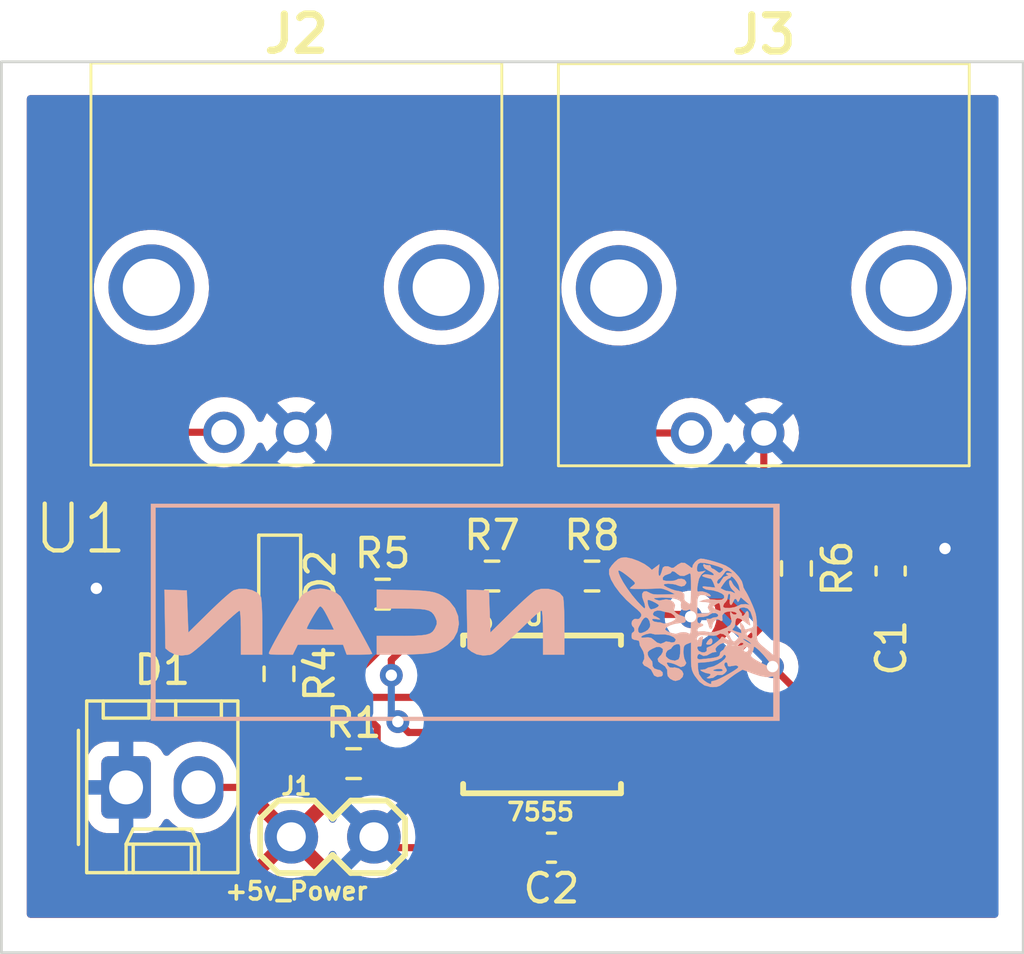
<source format=kicad_pcb>
(kicad_pcb (version 20210722) (generator pcbnew)
  (layers (0 "F.Cu" signal) (31 "B.Cu" signal) (34 "B.Paste" user) (35 "F.Paste" user) (36 "B.SilkS" user "B.Silkscreen") (37 "F.SilkS" user "F.Silkscreen") (38 "B.Mask" user) (39 "F.Mask" user) (44 "Edge.Cuts" user))
  (net 0 "")
  (net 1 "Net-(C1-Pad1)")
  (net 2 "GND")
  (net 3 "Net-(C2-Pad1)")
  (net 4 "Net-(D1-Pad2)")
  (net 5 "+5V")
  (net 6 "Pin_2_on_Inverter")
  (net 7 "Output_Pin_3_R7_R8")
  (net 8 "Net-(R7-Pad1)")
  (net 10 "Net-(D2-PadC)")
  (net 11 "Net-(D2-PadA)")
  (net 12 "Net-(R4-Pad2)")
  (footprint "SparkfunSilicon-Standard:SOIC-8" (layer "F.Cu") (at 53.4924 60.7314 -90)
    (fp_text reference "U2" (at -3.429 0) (layer "F.SilkS") (effects (font (size 0.6096 0.6096) (thickness 0.127))))
    (fp_text value "7555" (at 3.42138 0.0508) (layer "F.SilkS") (effects (font (size 0.6096 0.6096) (thickness 0.127))))
    (pad "1" smd rect locked (at -1.905 3.2512 270) (size 0.6096 1.7018) (layers "F.Cu" "F.Paste" "F.Mask") (net 3 "Net-(C2-Pad1)"))
    (pad "2" smd rect locked (at -0.635 3.2512 270) (size 0.6096 1.7018) (layers "F.Cu" "F.Paste" "F.Mask") (net 12 "Net-(R4-Pad2)"))
    (pad "3" smd rect locked (at 0.635 3.2512 270) (size 0.6096 1.7018) (layers "F.Cu" "F.Paste" "F.Mask") (net 8 "Net-(R7-Pad1)"))
    (pad "4" smd rect locked (at 1.905 3.2512 270) (size 0.6096 1.7018) (layers "F.Cu" "F.Paste" "F.Mask") (net 5 "+5V"))
    (pad "5" smd rect locked (at 1.905 -3.2512 270) (size 0.6096 1.7018) (layers "F.Cu" "F.Paste" "F.Mask") (net 3 "Net-(C2-Pad1)"))
    (pad "6" smd rect locked (at 0.635 -3.2512 270) (size 0.6096 1.7018) (layers "F.Cu" "F.Paste" "F.Mask") (net 1 "Net-(C1-Pad1)"))
    (pad "7" smd rect locked (at -0.635 -3.2512 270) (size 0.6096 1.7018) (layers "F.Cu" "F.Paste" "F.Mask") (net 1 "Net-(C1-Pad1)"))
    (pad "8" smd rect locked (at -1.905 -3.2512 270) (size 0.6096 1.7018) (layers "F.Cu" "F.Paste" "F.Mask") (net 5 "+5V"))
  )
  (footprint "Capacitor_SMD:C_0603_1608Metric" (layer "F.Cu") (at 53.8226 65.405 180)
    (fp_text reference "C2" (at 0 -1.43) (layer "F.SilkS"))
    (fp_text value "0.01u")
    (pad "1" smd roundrect locked (at -0.775 0 180) (size 0.9 0.95) (layers "F.Cu" "F.Paste" "F.Mask") (net 3 "Net-(C2-Pad1)"))
    (pad "2" smd roundrect locked (at 0.775 0 180) (size 0.9 0.95) (layers "F.Cu" "F.Paste" "F.Mask") (net 2 "GND"))
  )
  (footprint "Resistor_SMD:R_0603_1608Metric" (layer "F.Cu") (at 55.245 55.88)
    (fp_text reference "R8" (at 0 -1.43) (layer "F.SilkS"))
    (fp_text value "1k")
    (pad "1" smd roundrect locked (at -0.825 0) (size 0.8 0.95) (layers "F.Cu" "F.Paste" "F.Mask") (net 7 "Output_Pin_3_R7_R8"))
    (pad "2" smd roundrect locked (at 0.825 0) (size 0.8 0.95) (layers "F.Cu" "F.Paste" "F.Mask") (net 2 "GND"))
  )
  (footprint "Resistor_SMD:R_0603_1608Metric" (layer "F.Cu") (at 44.2722 59.309 -90)
    (fp_text reference "R4" (at 0 -1.43 90) (layer "F.SilkS"))
    (fp_text value "1k")
    (pad "1" smd roundrect locked (at -0.825 0 270) (size 0.8 0.95) (layers "F.Cu" "F.Paste" "F.Mask") (net 10 "Net-(D2-PadC)"))
    (pad "2" smd roundrect locked (at 0.825 0 270) (size 0.8 0.95) (layers "F.Cu" "F.Paste" "F.Mask") (net 12 "Net-(R4-Pad2)"))
  )
  (footprint "Resistor_SMD:R_0603_1608Metric" (layer "F.Cu") (at 62.4078 55.6138 -90)
    (fp_text reference "R6" (at 0 -1.43 90) (layer "F.SilkS"))
    (fp_text value "100k")
    (pad "1" smd roundrect locked (at -0.825 0 270) (size 0.8 0.95) (layers "F.Cu" "F.Paste" "F.Mask") (net 5 "+5V"))
    (pad "2" smd roundrect locked (at 0.825 0 270) (size 0.8 0.95) (layers "F.Cu" "F.Paste" "F.Mask") (net 1 "Net-(C1-Pad1)"))
  )
  (footprint "Capacitor_SMD:C_0603_1608Metric" (layer "F.Cu") (at 65.7098 55.7022 90)
    (fp_text reference "C1" (at -2.6924 0.0254 90) (layer "F.SilkS"))
    (fp_text value "0.1u")
    (pad "1" smd roundrect locked (at -0.775 0 90) (size 0.9 0.95) (layers "F.Cu" "F.Paste" "F.Mask") (net 1 "Net-(C1-Pad1)"))
    (pad "2" smd roundrect locked (at 0.775 0 90) (size 0.9 0.95) (layers "F.Cu" "F.Paste" "F.Mask") (net 2 "GND"))
  )
  (footprint "Connector_Molex:Molex_KK-254_AE-6410-02A_1x02_P2.54mm_Vertical" (layer "F.Cu") (at 38.9128 63.2914)
    (fp_text reference "D1" (at 1.27 -4.12) (layer "F.SilkS"))
    (fp_text value "LED")
    (pad "1" thru_hole roundrect locked (at 0 0) (size 1.74 2.19) (drill 1.19) (layers *.Cu *.Mask) (roundrect_rratio 0.143678) (net 2 "GND"))
    (pad "2" thru_hole oval locked (at 2.54 0) (size 1.74 2.19) (drill 1.19) (layers *.Cu *.Mask) (net 4 "Net-(D1-Pad2)"))
  )
  (footprint "Resistor_SMD:R_0603_1608Metric" (layer "F.Cu") (at 47.9044 56.515)
    (fp_text reference "R5" (at 0 -1.43) (layer "F.SilkS"))
    (fp_text value "1k")
    (pad "1" smd roundrect locked (at -0.825 0) (size 0.8 0.95) (layers "F.Cu" "F.Paste" "F.Mask") (net 5 "+5V"))
    (pad "2" smd roundrect locked (at 0.825 0) (size 0.8 0.95) (layers "F.Cu" "F.Paste" "F.Mask") (net 12 "Net-(R4-Pad2)"))
  )
  (footprint "Resistor_SMD:R_0603_1608Metric" (layer "F.Cu") (at 51.7398 55.88)
    (fp_text reference "R7" (at 0 -1.43) (layer "F.SilkS"))
    (fp_text value "1k")
    (pad "1" smd roundrect locked (at -0.825 0) (size 0.8 0.95) (layers "F.Cu" "F.Paste" "F.Mask") (net 8 "Net-(R7-Pad1)"))
    (pad "2" smd roundrect locked (at 0.825 0) (size 0.8 0.95) (layers "F.Cu" "F.Paste" "F.Mask") (net 7 "Output_Pin_3_R7_R8"))
  )
  (footprint "Connector_Coaxial:031543110RFX" (layer "F.Cu") (at 42.3418 50.838332)
    (fp_text reference "J2" (at 2.54 -13.97) (layer "F.SilkS") (effects (font (size 1.27 1.27) (thickness 0.254))))
    (fp_text value "Input_from_DS8R" hide)
    (pad "1" thru_hole circle locked (at 0 0) (size 1.446 1.446) (drill 0.89) (layers *.Cu *.Mask) (net 6 "Pin_2_on_Inverter"))
    (pad "2" thru_hole circle locked (at 2.54 0) (size 1.446 1.446) (drill 0.89) (layers *.Cu *.Mask) (net 2 "GND"))
    (pad "3" thru_hole circle locked (at 7.62 -5.08) (size 3.015 3.015) (drill 2.01) (layers *.Cu *.Mask))
    (pad "4" thru_hole circle locked (at -2.54 -5.08) (size 3.015 3.015) (drill 2.01) (layers *.Cu *.Mask))
  )
  (footprint "SparkfunConnectors:1X02_LOCK" (layer "F.Cu") (at 44.8818 65.024)
    (fp_text reference "J1" (at 0 -1.778) (layer "F.SilkS") (effects (font (size 0.6096 0.6096) (thickness 0.127))))
    (fp_text value "+5v_Power" (at 0 1.905) (layer "F.SilkS") (effects (font (size 0.6096 0.6096) (thickness 0.127))))
    (pad "1" thru_hole circle locked (at -0.1778 0) (size 1.8796 1.8796) (drill 1.016) (layers *.Cu *.Mask) (net 5 "+5V"))
    (pad "2" thru_hole circle locked (at 2.7178 0) (size 1.8796 1.8796) (drill 1.016) (layers *.Cu *.Mask) (net 2 "GND"))
  )
  (footprint "Inverter:SOT65P210X110-5N" (layer "F.Cu") (at 40.6146 54.483)
    (fp_text reference "U1" (at -3.302 -0.2532) (layer "F.SilkS") (effects (font (size 1.641929 1.641929))))
    (fp_text value "74HCT1G14GW")
    (pad "1" smd rect locked (at -0.9652 -0.6604) (size 1.1684 0.3556) (layers "F.Cu" "F.Paste" "F.Mask"))
    (pad "2" smd rect locked (at -0.9652 0) (size 1.1684 0.3556) (layers "F.Cu" "F.Paste" "F.Mask") (net 6 "Pin_2_on_Inverter"))
    (pad "3" smd rect locked (at -0.9652 0.6604) (size 1.1684 0.3556) (layers "F.Cu" "F.Paste" "F.Mask") (net 2 "GND"))
    (pad "4" smd rect locked (at 0.9652 0.6604) (size 1.1684 0.3556) (layers "F.Cu" "F.Paste" "F.Mask") (net 11 "Net-(D2-PadA)"))
    (pad "5" smd rect locked (at 0.9652 -0.6604) (size 1.1684 0.3556) (layers "F.Cu" "F.Paste" "F.Mask") (net 5 "+5V"))
  )
  (footprint "Connector_Coaxial:031543110RFX" (layer "F.Cu") (at 58.7248 50.863732)
    (fp_text reference "J3" (at 2.54 -13.97) (layer "F.SilkS") (effects (font (size 1.27 1.27) (thickness 0.254))))
    (fp_text value "Output_to_DAQ" hide)
    (pad "1" thru_hole circle locked (at 0 0) (size 1.446 1.446) (drill 0.89) (layers *.Cu *.Mask) (net 7 "Output_Pin_3_R7_R8"))
    (pad "2" thru_hole circle locked (at 2.54 0) (size 1.446 1.446) (drill 0.89) (layers *.Cu *.Mask) (net 2 "GND"))
    (pad "3" thru_hole circle locked (at 7.62 -5.08) (size 3.015 3.015) (drill 2.01) (layers *.Cu *.Mask))
    (pad "4" thru_hole circle locked (at -2.54 -5.08) (size 3.015 3.015) (drill 2.01) (layers *.Cu *.Mask))
  )
  (footprint "Resistor_SMD:R_0603_1608Metric" (layer "F.Cu") (at 46.8884 62.4586)
    (fp_text reference "R1" (at 0 -1.43) (layer "F.SilkS"))
    (fp_text value "2k")
    (pad "1" smd roundrect locked (at -0.825 0) (size 0.8 0.95) (layers "F.Cu" "F.Paste" "F.Mask") (net 5 "+5V"))
    (pad "2" smd roundrect locked (at 0.825 0) (size 0.8 0.95) (layers "F.Cu" "F.Paste" "F.Mask") (net 4 "Net-(D1-Pad2)"))
  )
  (footprint "Diode_SMD:D_0603_1608Metric" (layer "F.Cu") (at 44.2976 55.9308 -90)
    (fp_text reference "D2" (at 0 -1.43 90) (layer "F.SilkS"))
    (fp_text value "DIODE-1N4148")
    (pad "A" smd roundrect locked (at -0.7875 0 270) (size 0.875 0.95) (layers "F.Cu" "F.Paste" "F.Mask") (net 11 "Net-(D2-PadA)"))
    (pad "B" smd roundrect locked (at 0.7875 0 270) (size 0.875 0.95) (layers "F.Cu" "F.Paste" "F.Mask") (net 10 "Net-(D2-PadC)"))
  )
  (footprint "NCAN:NCANSilkscreenFront" (layer "B.Cu") (at 50.8 57.15 180)
    (fp_text reference "G***" hide)
    (fp_text value "LOGO" hide)
  )
  (gr_rect (start 34.544 37.846) (end 70.358 69.088) (layer "Edge.Cuts") (width 0.1) (fill none))
  (segment (start 62.4078 56.4388) (end 58.7502 60.0964) (width 0.25) (layer "F.Cu") (net 1))
  (segment (start 58.7502 60.0964) (end 57.4802 61.3664) (width 0.25) (layer "F.Cu") (net 1))
  (segment (start 65.6714 56.4388) (end 65.7098 56.4772) (width 0.25) (layer "F.Cu") (net 1))
  (segment (start 58.7502 60.0964) (end 56.7436 60.0964) (width 0.25) (layer "F.Cu") (net 1))
  (segment (start 57.4802 61.3664) (end 56.7436 61.3664) (width 0.25) (layer "F.Cu") (net 1))
  (segment (start 62.4078 56.4388) (end 65.6714 56.4388) (width 0.25) (layer "F.Cu") (net 1))
  (segment (start 67.6024 54.9272) (end 67.6148 54.9148) (width 0.25) (layer "F.Cu") (net 2))
  (segment (start 59.182 53.4162) (end 60.325 53.4162) (width 0.25) (layer "F.Cu") (net 2))
  (segment (start 39.0398 55.1434) (end 37.8714 56.3118) (width 0.25) (layer "F.Cu") (net 2))
  (segment (start 53.0476 65.405) (end 47.9806 65.405) (width 0.25) (layer "F.Cu") (net 2))
  (segment (start 61.2648 52.4764) (end 61.2648 52.197) (width 0.25) (layer "F.Cu") (net 2))
  (segment (start 60.325 53.4162) (end 61.2648 52.4764) (width 0.25) (layer "F.Cu") (net 2))
  (segment (start 57.0738 55.5244) (end 59.182 53.4162) (width 0.25) (layer "F.Cu") (net 2))
  (segment (start 39.6494 55.1434) (end 39.0398 55.1434) (width 0.25) (layer "F.Cu") (net 2))
  (segment (start 61.2648 52.197) (end 61.2648 50.863732) (width 0.25) (layer "F.Cu") (net 2))
  (segment (start 65.7098 54.9272) (end 67.6024 54.9272) (width 0.25) (layer "F.Cu") (net 2))
  (segment (start 47.9806 65.405) (end 47.5996 65.024) (width 0.25) (layer "F.Cu") (net 2))
  (segment (start 56.07 55.88) (end 56.7182 55.88) (width 0.25) (layer "F.Cu") (net 2))
  (segment (start 56.7182 55.88) (end 57.0738 55.5244) (width 0.25) (layer "F.Cu") (net 2))
  (via (at 37.8714 56.3118) (size 0.8) (drill 0.4) (layers "F.Cu" "B.Cu") (net 2))
  (via (at 67.6148 54.9148) (size 0.8) (drill 0.4) (layers "F.Cu" "B.Cu") (net 2))
  (segment (start 50.2412 57.785) (end 50.8 57.2262) (width 0.25) (layer "F.Cu") (net 3))
  (segment (start 56.0832 65.405) (end 56.7436 64.7446) (width 0.25) (layer "F.Cu") (net 3))
  (segment (start 62.2808 61.341) (end 62.2808 59.7662) (width 0.25) (layer "F.Cu") (net 3))
  (segment (start 62.2808 59.7662) (end 61.5696 59.055) (width 0.25) (layer "F.Cu") (net 3))
  (segment (start 60.9854 62.6364) (end 62.2808 61.341) (width 0.25) (layer "F.Cu") (net 3))
  (segment (start 50.8 57.2262) (end 58.6232 57.2262) (width 0.25) (layer "F.Cu") (net 3))
  (segment (start 56.7436 64.7446) (end 56.7436 62.6364) (width 0.25) (layer "F.Cu") (net 3))
  (segment (start 50.2412 58.8264) (end 50.2412 57.785) (width 0.25) (layer "F.Cu") (net 3))
  (segment (start 56.7436 62.6364) (end 60.9854 62.6364) (width 0.25) (layer "F.Cu") (net 3))
  (segment (start 58.6232 57.2262) (end 58.6994 57.3024) (width 0.25) (layer "F.Cu") (net 3))
  (segment (start 54.5976 65.405) (end 56.0832 65.405) (width 0.25) (layer "F.Cu") (net 3))
  (via (at 61.5696 59.055) (size 0.8) (drill 0.4) (layers "F.Cu" "B.Cu") (net 3))
  (via (at 58.6994 57.3024) (size 0.8) (drill 0.4) (layers "F.Cu" "B.Cu") (net 3))
  (segment (start 59.817 57.3024) (end 61.5696 59.055) (width 0.25) (layer "B.Cu") (net 3))
  (segment (start 58.6994 57.3024) (end 59.817 57.3024) (width 0.25) (layer "B.Cu") (net 3))
  (segment (start 42.9568 63.2914) (end 41.4528 63.2914) (width 0.25) (layer "F.Cu") (net 4))
  (segment (start 47.7134 61.1754) (end 47.4218 60.8838) (width 0.25) (layer "F.Cu") (net 4))
  (segment (start 47.7134 62.4586) (end 47.7134 61.1754) (width 0.25) (layer "F.Cu") (net 4))
  (segment (start 45.3644 60.8838) (end 42.9568 63.2914) (width 0.25) (layer "F.Cu") (net 4))
  (segment (start 47.4218 60.8838) (end 45.3644 60.8838) (width 0.25) (layer "F.Cu") (net 4))
  (segment (start 40.525468 50.838332) (end 42.3418 50.838332) (width 0.25) (layer "F.Cu") (net 6))
  (segment (start 38.354 53.8226) (end 38.354 53.0098) (width 0.25) (layer "F.Cu") (net 6))
  (segment (start 38.354 53.0098) (end 40.525468 50.838332) (width 0.25) (layer "F.Cu") (net 6))
  (segment (start 39.6494 54.483) (end 39.0144 54.483) (width 0.25) (layer "F.Cu") (net 6))
  (segment (start 39.0144 54.483) (end 38.354 53.8226) (width 0.25) (layer "F.Cu") (net 6))
  (segment (start 54.42 55.88) (end 53.5686 55.88) (width 0.25) (layer "F.Cu") (net 7))
  (segment (start 56.578268 50.863732) (end 53.4924 53.9496) (width 0.25) (layer "F.Cu") (net 7))
  (segment (start 53.5686 55.88) (end 52.5648 55.88) (width 0.25) (layer "F.Cu") (net 7))
  (segment (start 53.4924 55.8038) (end 53.5686 55.88) (width 0.25) (layer "F.Cu") (net 7))
  (segment (start 53.4924 53.9496) (end 53.4924 55.8038) (width 0.25) (layer "F.Cu") (net 7))
  (segment (start 58.7248 50.863732) (end 56.578268 50.863732) (width 0.25) (layer "F.Cu") (net 7))
  (segment (start 48.2092 58.8264) (end 48.2092 59.3598) (width 0.25) (layer "F.Cu") (net 8))
  (segment (start 50.9148 56.1208) (end 48.2092 58.8264) (width 0.25) (layer "F.Cu") (net 8))
  (segment (start 48.8188 61.3664) (end 48.4378 60.9854) (width 0.25) (layer "F.Cu") (net 8))
  (segment (start 50.2412 61.3664) (end 48.8188 61.3664) (width 0.25) (layer "F.Cu") (net 8))
  (segment (start 50.9148 55.88) (end 50.9148 56.1208) (width 0.25) (layer "F.Cu") (net 8))
  (via (at 48.2092 59.3598) (size 0.8) (drill 0.4) (layers "F.Cu" "B.Cu") (net 8))
  (via (at 48.4378 60.9854) (size 0.8) (drill 0.4) (layers "F.Cu" "B.Cu") (net 8))
  (segment (start 48.2092 60.7568) (end 48.4378 60.9854) (width 0.25) (layer "B.Cu") (net 8))
  (segment (start 48.2092 59.3598) (end 48.2092 60.7568) (width 0.25) (layer "B.Cu") (net 8))
  (segment (start 44.2976 58.4586) (end 44.2722 58.484) (width 0.25) (layer "F.Cu") (net 10))
  (segment (start 44.2976 56.7183) (end 44.2976 58.4586) (width 0.25) (layer "F.Cu") (net 10))
  (segment (start 41.5798 55.1434) (end 44.2975 55.1434) (width 0.25) (layer "F.Cu") (net 11))
  (segment (start 44.2975 55.1434) (end 44.2976 55.1433) (width 0.25) (layer "F.Cu") (net 11))
  (segment (start 48.7294 56.515) (end 48.7294 57.5442) (width 0.25) (layer "F.Cu") (net 12))
  (segment (start 47.1302 60.134) (end 50.2036 60.134) (width 0.25) (layer "F.Cu") (net 12))
  (segment (start 44.2722 60.134) (end 44.895 60.134) (width 0.25) (layer "F.Cu") (net 12))
  (segment (start 50.2036 60.134) (end 50.2412 60.0964) (width 0.25) (layer "F.Cu") (net 12))
  (segment (start 48.7294 57.5442) (end 46.1396 60.134) (width 0.25) (layer "F.Cu") (net 12))
  (segment (start 46.1396 60.134) (end 44.895 60.134) (width 0.25) (layer "F.Cu") (net 12))
  (segment (start 44.895 60.134) (end 47.1302 60.134) (width 0.25) (layer "F.Cu") (net 12))
  (zone (net 5) (net_name "+5V") (layer "F.Cu") (connect_pads (clearance 0.508)) (min_thickness 0.254) (fill yes (thermal_gap 0.508) (thermal_bridge_width 0.508))
    (polygon (pts (xy 69.482489 67.868862) (xy 35.433 67.868862) (xy 35.433 39.0144) (xy 69.482489 39.0144)))
  )
  (zone (net 2) (net_name "GND") (layer "B.Cu") (connect_pads (clearance 0.508)) (min_thickness 0.254) (fill yes (thermal_gap 0.508) (thermal_bridge_width 0.508))
    (polygon (pts (xy 69.489762 67.864314) (xy 35.433064 67.864314) (xy 35.433064 39.014302) (xy 69.462321 39.013085) (xy 69.489762 39.013085)))
  )
)
</source>
